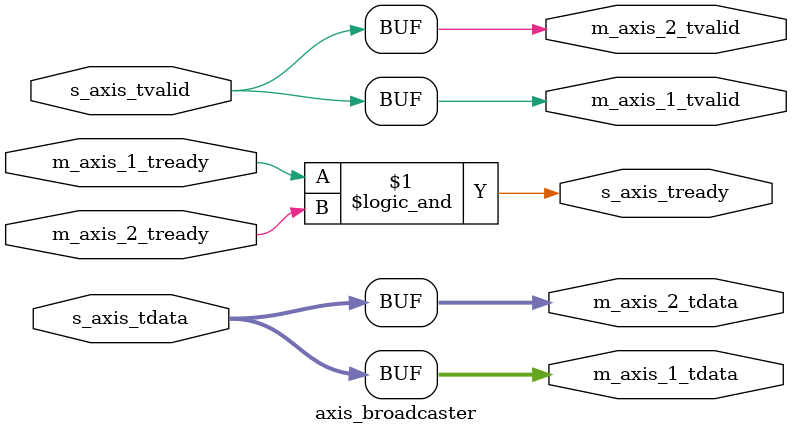
<source format=v>
module axis_broadcaster #(
  parameter integer C_DATA_WIDTH = 32
) (
    // AXI-Stream - INPUT
    output wire                    s_axis_tready,
    input  wire                    s_axis_tvalid,
    input  wire [C_DATA_WIDTH-1:0] s_axis_tdata,
    // CH1
    input  wire                    m_axis_1_tready,
    output wire                    m_axis_1_tvalid,
    output wire [C_DATA_WIDTH-1:0] m_axis_1_tdata,
    // CH2
    input  wire                    m_axis_2_tready,
    output wire                    m_axis_2_tvalid,
    output wire [C_DATA_WIDTH-1:0] m_axis_2_tdata
);


assign s_axis_tready = m_axis_1_tready && m_axis_2_tready;

// CH1
assign m_axis_1_tdata = s_axis_tdata;
assign m_axis_1_tvalid = s_axis_tvalid;
// CH2
assign m_axis_2_tdata = s_axis_tdata;
assign m_axis_2_tvalid = s_axis_tvalid;

endmodule

</source>
